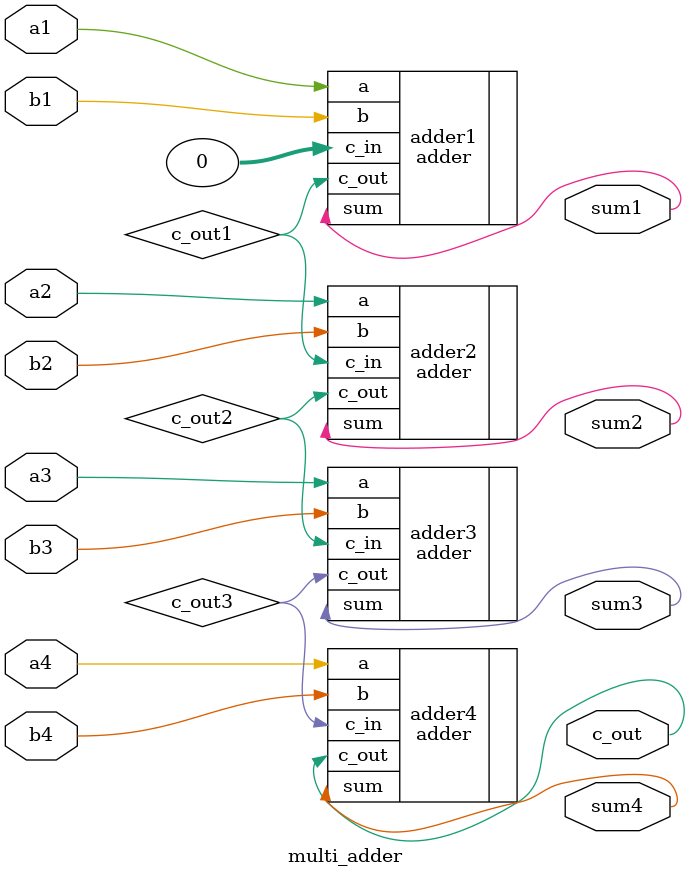
<source format=v>
`timescale 1ns / 1ps

module multi_adder(
    input a1, a2, a3, a4,
    input b1, b2, b3, b4,
    output sum1, sum2, sum3, sum4,
    output c_out
);
    
    wire c_out1, c_out2, c_out3;
    
    adder adder1 (.c_out(c_out1), .sum(sum1), .a(a1), .b(b1), .c_in(0));
    adder adder2 (.c_out(c_out2), .sum(sum2), .a(a2), .b(b2), .c_in(c_out1));
    adder adder3 (.c_out(c_out3), .sum(sum3), .a(a3), .b(b3), .c_in(c_out2));
    adder adder4 (.c_out(c_out), .sum(sum4), .a(a4), .b(b4), .c_in(c_out3));
endmodule
</source>
